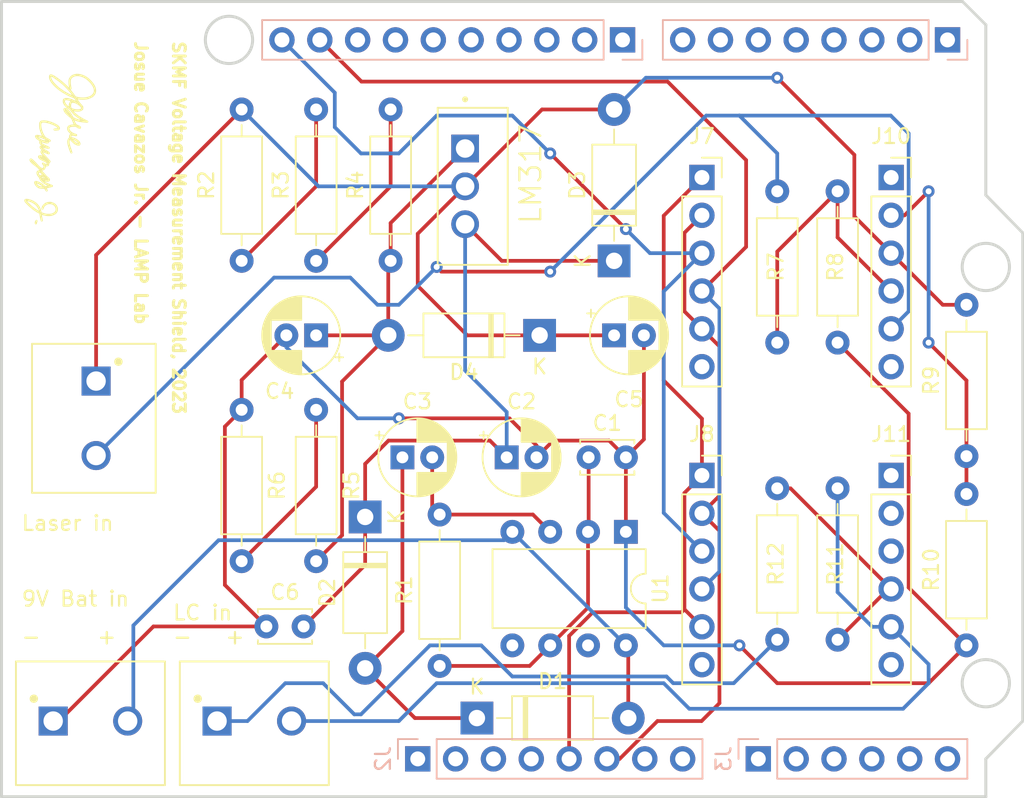
<source format=kicad_pcb>
(kicad_pcb (version 20221018) (generator pcbnew)
  (layers (0 "F.Cu" signal) (31 "B.Cu" signal) (34 "B.Paste" user) (35 "F.Paste" user) (36 "B.SilkS" user "B.Silkscreen") (37 "F.SilkS" user "F.Silkscreen") (38 "B.Mask" user) (39 "F.Mask" user) (44 "Edge.Cuts" user))
  (net 0 "")
  (net 1 "/DC DC Voltage Doubler/N1")
  (net 2 "/DC DC Voltage Doubler/GND")
  (net 3 "/DC DC Voltage Doubler/N3")
  (net 4 "Net-(D1-K)")
  (net 5 "/DC DC Voltage Doubler/N2")
  (net 6 "/DC DC Voltage Doubler/VCC")
  (net 11 "/5V")
  (net 12 "/GND")
  (net 29 "/SDA")
  (net 30 "/SCL")
  (net 39 "Net-(R2-Pad1)")
  (net 40 "Net-(R3-Pad1)")
  (net 41 "Net-(R5-Pad1)")
  (net 44 "Net-(D4-A)")
  (net 45 "/N1")
  (net 49 "/N2")
  (net 55 "/N3")
  (net 56 "Net-(J9-Pin_1)")
  (net 57 "/N5")
  (net 58 "/N4")
  (net 59 "/N6")
  (footprint "Connector_PinSocket_2.54mm:PinSocket_1x06_P2.54mm_Vertical" (layer "F.Cu") (at 172.745 107.975)
    (fp_text reference "J11" (at 0 -2.77) (layer "F.SilkS"))
    (fp_text value "Conn_01x06" hide)
    (pad "1" thru_hole rect (at 0 0) (size 1.7 1.7) (drill 1) (layers "*.Cu" "*.Mask"))
    (pad "2" thru_hole oval (at 0 2.54) (size 1.7 1.7) (drill 1) (layers "*.Cu" "*.Mask"))
    (pad "3" thru_hole oval (at 0 5.08) (size 1.7 1.7) (drill 1) (layers "*.Cu" "*.Mask"))
    (pad "4" thru_hole oval (at 0 7.62) (size 1.7 1.7) (drill 1) (layers "*.Cu" "*.Mask") (net 59 "/N6"))
    (pad "5" thru_hole oval (at 0 10.16) (size 1.7 1.7) (drill 1) (layers "*.Cu" "*.Mask") (net 57 "/N5"))
    (pad "6" thru_hole oval (at 0 12.7) (size 1.7 1.7) (drill 1) (layers "*.Cu" "*.Mask"))
  )
  (footprint "LM317THT:TO254P1054X470X1955-3" (layer "F.Cu") (at 144.15 88.57 -90)
    (fp_text reference "LM317" (at -0.835 -4.399 90) (layer "F.SilkS") (effects (font (size 1.4 1.4))))
    (fp_text value "LM317T_NOPB" hide)
    (pad "1" thru_hole rect (at -2.54 0 270) (size 1.86 1.86) (drill 1.24) (layers "*.Cu" "*.Mask") (net 44 "Net-(D4-A)"))
    (pad "2" thru_hole circle (at 0 0 270) (size 1.86 1.86) (drill 1.24) (layers "*.Cu" "*.Mask") (net 55 "/N3"))
    (pad "3" thru_hole circle (at 2.54 0 270) (size 1.86 1.86) (drill 1.24) (layers "*.Cu" "*.Mask") (net 3 "/DC DC Voltage Doubler/N3"))
  )
  (footprint "1x2 STB:PHOENIX_1935161" (layer "F.Cu") (at 119 124.46)
    (fp_text reference "J1" hide)
    (fp_text value "Screw_Terminal_01x02" hide)
    (pad "1" thru_hole rect (at -2.5 0) (size 1.95 1.95) (drill 1.3) (layers "*.Cu" "*.Mask") (net 2 "/DC DC Voltage Doubler/GND"))
    (pad "2" thru_hole circle (at 2.5 0) (size 1.95 1.95) (drill 1.3) (layers "*.Cu" "*.Mask") (net 6 "/DC DC Voltage Doubler/VCC"))
  )
  (footprint "Resistor_THT:R_Axial_DIN0207_L6.3mm_D2.5mm_P10.16mm_Horizontal" (layer "F.Cu") (at 165.1 119 90)
    (fp_text reference "R12" (at 5.08 -0.1 90) (layer "F.SilkS"))
    (fp_text value "3.3k")
    (pad "1" thru_hole circle (at 0 0 90) (size 1.6 1.6) (drill 0.8) (layers "*.Cu" "*.Mask") (net 56 "Net-(J9-Pin_1)"))
    (pad "2" thru_hole oval (at 10.16 0 90) (size 1.6 1.6) (drill 0.8) (layers "*.Cu" "*.Mask") (net 59 "/N6"))
  )
  (footprint "Resistor_THT:R_Axial_DIN0207_L6.3mm_D2.5mm_P10.16mm_Horizontal" (layer "F.Cu") (at 169.15 119 90)
    (fp_text reference "R11" (at 5.08 -0.15 90) (layer "F.SilkS"))
    (fp_text value "1k")
    (pad "1" thru_hole circle (at 0 0 90) (size 1.6 1.6) (drill 0.8) (layers "*.Cu" "*.Mask") (net 59 "/N6"))
    (pad "2" thru_hole oval (at 10.16 0 90) (size 1.6 1.6) (drill 0.8) (layers "*.Cu" "*.Mask") (net 57 "/N5"))
  )
  (footprint "Diode_THT:D_DO-41_SOD81_P10.16mm_Horizontal" (layer "F.Cu") (at 144.94 124.26)
    (fp_text reference "D1" (at 5.08 -2.47) (layer "F.SilkS"))
    (fp_text value "1N4001")
    (fp_text user "K" (at 0 -2.1) (layer "F.SilkS"))
    (pad "1" thru_hole rect (at 0 0) (size 2.2 2.2) (drill 1.1) (layers "*.Cu" "*.Mask") (net 4 "Net-(D1-K)"))
    (pad "2" thru_hole oval (at 10.16 0) (size 2.2 2.2) (drill 1.1) (layers "*.Cu" "*.Mask") (net 6 "/DC DC Voltage Doubler/VCC"))
  )
  (footprint "Resistor_THT:R_Axial_DIN0207_L6.3mm_D2.5mm_P10.16mm_Horizontal" (layer "F.Cu") (at 139.15 93.57 90)
    (fp_text reference "R4" (at 5.08 -2.37 90) (layer "F.SilkS"))
    (fp_text value "10")
    (pad "1" thru_hole circle (at 0 0 90) (size 1.6 1.6) (drill 0.8) (layers "*.Cu" "*.Mask") (net 44 "Net-(D4-A)"))
    (pad "2" thru_hole oval (at 10.16 0 90) (size 1.6 1.6) (drill 0.8) (layers "*.Cu" "*.Mask") (net 40 "Net-(R3-Pad1)"))
  )
  (footprint "Connector_PinSocket_2.54mm:PinSocket_1x06_P2.54mm_Vertical" (layer "F.Cu") (at 160.045 107.975)
    (fp_text reference "J8" (at 0 -2.77) (layer "F.SilkS"))
    (fp_text value "Conn_01x06" hide)
    (pad "1" thru_hole rect (at 0 0) (size 1.7 1.7) (drill 1) (layers "*.Cu" "*.Mask") (net 11 "/5V"))
    (pad "2" thru_hole oval (at 0 2.54) (size 1.7 1.7) (drill 1) (layers "*.Cu" "*.Mask") (net 12 "/GND"))
    (pad "3" thru_hole oval (at 0 5.08) (size 1.7 1.7) (drill 1) (layers "*.Cu" "*.Mask") (net 30 "/SCL"))
    (pad "4" thru_hole oval (at 0 7.62) (size 1.7 1.7) (drill 1) (layers "*.Cu" "*.Mask") (net 29 "/SDA"))
    (pad "5" thru_hole oval (at 0 10.16) (size 1.7 1.7) (drill 1) (layers "*.Cu" "*.Mask") (net 11 "/5V"))
    (pad "6" thru_hole oval (at 0 12.7) (size 1.7 1.7) (drill 1) (layers "*.Cu" "*.Mask"))
  )
  (footprint "Capacitor_THT:C_Disc_D3.4mm_W2.1mm_P2.50mm" (layer "F.Cu") (at 152.44 106.76)
    (fp_text reference "C1" (at 1.25 -2.3) (layer "F.SilkS"))
    (fp_text value "1nF")
    (pad "1" thru_hole circle (at 0 0) (size 1.6 1.6) (drill 0.8) (layers "*.Cu" "*.Mask") (net 1 "/DC DC Voltage Doubler/N1"))
    (pad "2" thru_hole circle (at 2.5 0) (size 1.6 1.6) (drill 0.8) (layers "*.Cu" "*.Mask") (net 2 "/DC DC Voltage Doubler/GND"))
  )
  (footprint "Package_DIP:DIP-8_W7.62mm" (layer "F.Cu") (at 154.94 111.76 -90)
    (fp_text reference "U1" (at 3.81 -2.33 90) (layer "F.SilkS"))
    (fp_text value "LM555xN")
    (pad "1" thru_hole rect (at 0 0 270) (size 1.6 1.6) (drill 0.8) (layers "*.Cu" "*.Mask") (net 2 "/DC DC Voltage Doubler/GND"))
    (pad "2" thru_hole oval (at 0 2.54 270) (size 1.6 1.6) (drill 0.8) (layers "*.Cu" "*.Mask") (net 1 "/DC DC Voltage Doubler/N1"))
    (pad "3" thru_hole oval (at 0 5.08 270) (size 1.6 1.6) (drill 0.8) (layers "*.Cu" "*.Mask") (net 5 "/DC DC Voltage Doubler/N2"))
    (pad "4" thru_hole oval (at 0 7.62 270) (size 1.6 1.6) (drill 0.8) (layers "*.Cu" "*.Mask") (net 6 "/DC DC Voltage Doubler/VCC"))
    (pad "5" thru_hole oval (at 7.62 7.62 270) (size 1.6 1.6) (drill 0.8) (layers "*.Cu" "*.Mask"))
    (pad "6" thru_hole oval (at 7.62 5.08 270) (size 1.6 1.6) (drill 0.8) (layers "*.Cu" "*.Mask") (net 1 "/DC DC Voltage Doubler/N1"))
    (pad "7" thru_hole oval (at 7.62 2.54 270) (size 1.6 1.6) (drill 0.8) (layers "*.Cu" "*.Mask"))
    (pad "8" thru_hole oval (at 7.62 0 270) (size 1.6 1.6) (drill 0.8) (layers "*.Cu" "*.Mask") (net 6 "/DC DC Voltage Doubler/VCC"))
  )
  (footprint "Resistor_THT:R_Axial_DIN0207_L6.3mm_D2.5mm_P10.16mm_Horizontal" (layer "F.Cu") (at 134.15 103.57 -90)
    (fp_text reference "R5" (at 5.08 -2.37 90) (layer "F.SilkS"))
    (fp_text value "2.2k")
    (pad "1" thru_hole circle (at 0 0 270) (size 1.6 1.6) (drill 0.8) (layers "*.Cu" "*.Mask") (net 41 "Net-(R5-Pad1)"))
    (pad "2" thru_hole oval (at 10.16 0 270) (size 1.6 1.6) (drill 0.8) (layers "*.Cu" "*.Mask") (net 44 "Net-(D4-A)"))
  )
  (footprint "Diode_THT:D_DO-41_SOD81_P10.16mm_Horizontal" (layer "F.Cu") (at 154.15 93.57 90)
    (fp_text reference "D3" (at 5.08 -2.47 90) (layer "F.SilkS"))
    (fp_text value "1N4001")
    (fp_text user "K" (at 0 -2.1 90) (layer "F.SilkS"))
    (pad "1" thru_hole rect (at 0 0 90) (size 2.2 2.2) (drill 1.1) (layers "*.Cu" "*.Mask") (net 3 "/DC DC Voltage Doubler/N3"))
    (pad "2" thru_hole oval (at 10.16 0 90) (size 2.2 2.2) (drill 1.1) (layers "*.Cu" "*.Mask") (net 55 "/N3"))
  )
  (footprint "1x2 STB:PHOENIX_1935161" (layer "F.Cu") (at 119.38 104.14 -90)
    (fp_text reference "J6" hide)
    (fp_text value "Screw_Terminal_01x02" hide)
    (pad "1" thru_hole rect (at -2.5 0 270) (size 1.95 1.95) (drill 1.3) (layers "*.Cu" "*.Mask") (net 55 "/N3"))
    (pad "2" thru_hole circle (at 2.5 0 270) (size 1.95 1.95) (drill 1.3) (layers "*.Cu" "*.Mask") (net 45 "/N1"))
  )
  (footprint "Resistor_THT:R_Axial_DIN0207_L6.3mm_D2.5mm_P10.16mm_Horizontal" (layer "F.Cu") (at 129.15 103.57 -90)
    (fp_text reference "R6" (at 5.08 -2.37 90) (layer "F.SilkS"))
    (fp_text value "56")
    (pad "1" thru_hole circle (at 0 0 270) (size 1.6 1.6) (drill 0.8) (layers "*.Cu" "*.Mask") (net 2 "/DC DC Voltage Doubler/GND"))
    (pad "2" thru_hole oval (at 10.16 0 270) (size 1.6 1.6) (drill 0.8) (layers "*.Cu" "*.Mask") (net 41 "Net-(R5-Pad1)"))
  )
  (footprint "Resistor_THT:R_Axial_DIN0207_L6.3mm_D2.5mm_P10.16mm_Horizontal" (layer "F.Cu") (at 142.44 120.76 90)
    (fp_text reference "R1" (at 5.08 -2.37 90) (layer "F.SilkS"))
    (fp_text value "33k")
    (pad "1" thru_hole circle (at 0 0 90) (size 1.6 1.6) (drill 0.8) (layers "*.Cu" "*.Mask") (net 1 "/DC DC Voltage Doubler/N1"))
    (pad "2" thru_hole oval (at 10.16 0 90) (size 1.6 1.6) (drill 0.8) (layers "*.Cu" "*.Mask") (net 5 "/DC DC Voltage Doubler/N2"))
  )
  (footprint "Capacitor_THT:CP_Radial_D5.0mm_P2.00mm" (layer "F.Cu") (at 139.94 106.76)
    (fp_text reference "C3" (at 1 -3.75) (layer "F.SilkS"))
    (fp_text value "22uF")
    (pad "1" thru_hole rect (at 0 0) (size 1.6 1.6) (drill 0.8) (layers "*.Cu" "*.Mask") (net 4 "Net-(D1-K)"))
    (pad "2" thru_hole circle (at 2 0) (size 1.6 1.6) (drill 0.8) (layers "*.Cu" "*.Mask") (net 5 "/DC DC Voltage Doubler/N2"))
  )
  (footprint "LOGO" (layer "F.Cu") (at 116.84 86.36 -90)
    (fp_text reference "G***" hide)
    (fp_text value "LOGO" hide)
  )
  (footprint "Diode_THT:D_DO-41_SOD81_P10.16mm_Horizontal" (layer "F.Cu") (at 149.15 98.57 180)
    (fp_text reference "D4" (at 5.08 -2.47) (layer "F.SilkS"))
    (fp_text value "1N4001")
    (fp_text user "K" (at 0 -2.1) (layer "F.SilkS"))
    (pad "1" thru_hole rect (at 0 0 180) (size 2.2 2.2) (drill 1.1) (layers "*.Cu" "*.Mask") (net 55 "/N3"))
    (pad "2" thru_hole oval (at 10.16 0 180) (size 2.2 2.2) (drill 1.1) (layers "*.Cu" "*.Mask") (net 44 "Net-(D4-A)"))
  )
  (footprint "Resistor_THT:R_Axial_DIN0207_L6.3mm_D2.5mm_P10.16mm_Horizontal" (layer "F.Cu") (at 134.15 93.57 90)
    (fp_text reference "R3" (at 5.08 -2.37 90) (layer "F.SilkS"))
    (fp_text value "10")
    (pad "1" thru_hole circle (at 0 0 90) (size 1.6 1.6) (drill 0.8) (layers "*.Cu" "*.Mask") (net 40 "Net-(R3-Pad1)"))
    (pad "2" thru_hole oval (at 10.16 0 90) (size 1.6 1.6) (drill 0.8) (layers "*.Cu" "*.Mask") (net 39 "Net-(R2-Pad1)"))
  )
  (footprint "Capacitor_THT:CP_Radial_D5.0mm_P2.00mm" (layer "F.Cu") (at 154.15 98.57)
    (fp_text reference "C5" (at 1 4.3) (layer "F.SilkS"))
    (fp_text value "1uF")
    (pad "1" thru_hole rect (at 0 0) (size 1.6 1.6) (drill 0.8) (layers "*.Cu" "*.Mask") (net 55 "/N3"))
    (pad "2" thru_hole circle (at 2 0) (size 1.6 1.6) (drill 0.8) (layers "*.Cu" "*.Mask") (net 2 "/DC DC Voltage Doubler/GND"))
  )
  (footprint "Capacitor_THT:CP_Radial_D5.0mm_P2.00mm" (layer "F.Cu") (at 134.15 98.57 180)
    (fp_text reference "C4" (at 2.45 -3.75) (layer "F.SilkS"))
    (fp_text value "10uF")
    (pad "1" thru_hole rect (at 0 0 180) (size 1.6 1.6) (drill 0.8) (layers "*.Cu" "*.Mask") (net 44 "Net-(D4-A)"))
    (pad "2" thru_hole circle (at 2 0 180) (size 1.6 1.6) (drill 0.8) (layers "*.Cu" "*.Mask") (net 2 "/DC DC Voltage Doubler/GND"))
  )
  (footprint "Resistor_THT:R_Axial_DIN0207_L6.3mm_D2.5mm_P10.16mm_Horizontal" (layer "F.Cu") (at 169.15 99.06 90)
    (fp_text reference "R8" (at 5.08 -0.15 90) (layer "F.SilkS"))
    (fp_text value "5.1k")
    (pad "1" thru_hole circle (at 0 0 90) (size 1.6 1.6) (drill 0.8) (layers "*.Cu" "*.Mask") (net 2 "/DC DC Voltage Doubler/GND"))
    (pad "2" thru_hole oval (at 10.16 0 90) (size 1.6 1.6) (drill 0.8) (layers "*.Cu" "*.Mask") (net 49 "/N2"))
  )
  (footprint "Resistor_THT:R_Axial_DIN0207_L6.3mm_D2.5mm_P10.16mm_Horizontal" (layer "F.Cu") (at 177.8 106.68 90)
    (fp_text reference "R9" (at 5.08 -2.37 90) (layer "F.SilkS"))
    (fp_text value "1k")
    (pad "1" thru_hole circle (at 0 0 90) (size 1.6 1.6) (drill 0.8) (layers "*.Cu" "*.Mask") (net 58 "/N4"))
    (pad "2" thru_hole oval (at 10.16 0 90) (size 1.6 1.6) (drill 0.8) (layers "*.Cu" "*.Mask") (net 55 "/N3"))
  )
  (footprint "Resistor_THT:R_Axial_DIN0207_L6.3mm_D2.5mm_P10.16mm_Horizontal" (layer "F.Cu") (at 165.1 99.06 90)
    (fp_text reference "R7" (at 5.08 -0.1 90) (layer "F.SilkS"))
    (fp_text value "1k")
    (pad "1" thru_hole circle (at 0 0 90) (size 1.6 1.6) (drill 0.8) (layers "*.Cu" "*.Mask") (net 49 "/N2"))
    (pad "2" thru_hole oval (at 10.16 0 90) (size 1.6 1.6) (drill 0.8) (layers "*.Cu" "*.Mask") (net 45 "/N1"))
  )
  (footprint "Capacitor_THT:C_Disc_D3.4mm_W2.1mm_P2.50mm" (layer "F.Cu") (at 130.81 118.11)
    (fp_text reference "C6" (at 1.25 -2.3) (layer "F.SilkS"))
    (fp_text value "0.1uF")
    (pad "1" thru_hole circle (at 0 0) (size 1.6 1.6) (drill 0.8) (layers "*.Cu" "*.Mask") (net 2 "/DC DC Voltage Doubler/GND"))
    (pad "2" thru_hole circle (at 2.5 0) (size 1.6 1.6) (drill 0.8) (layers "*.Cu" "*.Mask") (net 3 "/DC DC Voltage Doubler/N3"))
  )
  (footprint "Diode_THT:D_DO-41_SOD81_P10.16mm_Horizontal" (layer "F.Cu") (at 137.44 110.76 -90)
    (fp_text reference "D2" (at 5.08 2.54 90) (layer "F.SilkS"))
    (fp_text value "1N4001")
    (fp_text user "K" (at 0 -2.1 90) (layer "F.SilkS"))
    (pad "1" thru_hole rect (at 0 0 270) (size 2.2 2.2) (drill 1.1) (layers "*.Cu" "*.Mask") (net 3 "/DC DC Voltage Doubler/N3"))
    (pad "2" thru_hole oval (at 10.16 0 270) (size 2.2 2.2) (drill 1.1) (layers "*.Cu" "*.Mask") (net 4 "Net-(D1-K)"))
  )
  (footprint "Connector_PinSocket_2.54mm:PinSocket_1x06_P2.54mm_Vertical" (layer "F.Cu") (at 172.745 87.975)
    (fp_text reference "J10" (at 0 -2.77) (layer "F.SilkS"))
    (fp_text value "Conn_01x06" hide)
    (pad "1" thru_hole rect (at 0 0) (size 1.7 1.7) (drill 1) (layers "*.Cu" "*.Mask"))
    (pad "2" thru_hole oval (at 0 2.54) (size 1.7 1.7) (drill 1) (layers "*.Cu" "*.Mask") (net 58 "/N4"))
    (pad "3" thru_hole oval (at 0 5.08) (size 1.7 1.7) (drill 1) (layers "*.Cu" "*.Mask") (net 55 "/N3"))
    (pad "4" thru_hole oval (at 0 7.62) (size 1.7 1.7) (drill 1) (layers "*.Cu" "*.Mask") (net 49 "/N2"))
    (pad "5" thru_hole oval (at 0 10.16) (size 1.7 1.7) (drill 1) (layers "*.Cu" "*.Mask") (net 45 "/N1"))
    (pad "6" thru_hole oval (at 0 12.7) (size 1.7 1.7) (drill 1) (layers "*.Cu" "*.Mask"))
  )
  (footprint "Capacitor_THT:CP_Radial_D5.0mm_P2.00mm" (layer "F.Cu") (at 146.94 106.76)
    (fp_text reference "C2" (at 1 -3.75) (layer "F.SilkS"))
    (fp_text value "22uF")
    (pad "1" thru_hole rect (at 0 0) (size 1.6 1.6) (drill 0.8) (layers "*.Cu" "*.Mask") (net 3 "/DC DC Voltage Doubler/N3"))
    (pad "2" thru_hole circle (at 2 0) (size 1.6 1.6) (drill 0.8) (layers "*.Cu" "*.Mask") (net 2 "/DC DC Voltage Doubler/GND"))
  )
  (footprint "Resistor_THT:R_Axial_DIN0207_L6.3mm_D2.5mm_P10.16mm_Horizontal" (layer "F.Cu") (at 129.15 93.57 90)
    (fp_text reference "R2" (at 5.08 -2.37 90) (layer "F.SilkS"))
    (fp_text value "220")
    (pad "1" thru_hole circle (at 0 0 90) (size 1.6 1.6) (drill 0.8) (layers "*.Cu" "*.Mask") (net 39 "Net-(R2-Pad1)"))
    (pad "2" thru_hole oval (at 10.16 0 90) (size 1.6 1.6) (drill 0.8) (layers "*.Cu" "*.Mask") (net 55 "/N3"))
  )
  (footprint "1x2 STB:PHOENIX_1935161" (layer "F.Cu") (at 130 124.46)
    (fp_text reference "J9" hide)
    (fp_text value "Screw_Terminal_01x02" hide)
    (pad "1" thru_hole rect (at -2.5 0) (size 1.95 1.95) (drill 1.3) (layers "*.Cu" "*.Mask") (net 56 "Net-(J9-Pin_1)"))
    (pad "2" thru_hole circle (at 2.5 0) (size 1.95 1.95) (drill 1.3) (layers "*.Cu" "*.Mask") (net 57 "/N5"))
  )
  (footprint "Connector_PinSocket_2.54mm:PinSocket_1x06_P2.54mm_Vertical" (layer "F.Cu") (at 160.045 87.975)
    (fp_text reference "J7" (at 0 -2.77) (layer "F.SilkS"))
    (fp_text value "Conn_01x06" hide)
    (pad "1" thru_hole rect (at 0 0) (size 1.7 1.7) (drill 1) (layers "*.Cu" "*.Mask") (net 11 "/5V"))
    (pad "2" thru_hole oval (at 0 2.54) (size 1.7 1.7) (drill 1) (layers "*.Cu" "*.Mask") (net 12 "/GND"))
    (pad "3" thru_hole oval (at 0 5.08) (size 1.7 1.7) (drill 1) (layers "*.Cu" "*.Mask") (net 30 "/SCL"))
    (pad "4" thru_hole oval (at 0 7.62) (size 1.7 1.7) (drill 1) (layers "*.Cu" "*.Mask") (net 29 "/SDA"))
    (pad "5" thru_hole oval (at 0 10.16) (size 1.7 1.7) (drill 1) (layers "*.Cu" "*.Mask") (net 12 "/GND"))
    (pad "6" thru_hole oval (at 0 12.7) (size 1.7 1.7) (drill 1) (layers "*.Cu" "*.Mask"))
  )
  (footprint "Resistor_THT:R_Axial_DIN0207_L6.3mm_D2.5mm_P10.16mm_Horizontal" (layer "F.Cu") (at 177.8 119.38 90)
    (fp_text reference "R10" (at 5.08 -2.37 90) (layer "F.SilkS"))
    (fp_text value "4.7k")
    (pad "1" thru_hole circle (at 0 0 90) (size 1.6 1.6) (drill 0.8) (layers "*.Cu" "*.Mask") (net 2 "/DC DC Voltage Doubler/GND"))
    (pad "2" thru_hole oval (at 10.16 0 90) (size 1.6 1.6) (drill 0.8) (layers "*.Cu" "*.Mask") (net 58 "/N4"))
  )
  (footprint "Connector_PinHeader_2.54mm:PinHeader_1x08_P2.54mm_Vertical" (layer "B.Cu") (at 176.53 78.74 90)
    (fp_text reference "J5" hide)
    (fp_text value "Conn_01x08" hide)
    (pad "1" thru_hole rect (at 0 0 90) (size 1.7 1.7) (drill 1) (layers "*.Cu" "*.Mask"))
    (pad "2" thru_hole oval (at 0 -2.54 90) (size 1.7 1.7) (drill 1) (layers "*.Cu" "*.Mask"))
    (pad "3" thru_hole oval (at 0 -5.08 90) (size 1.7 1.7) (drill 1) (layers "*.Cu" "*.Mask"))
    (pad "4" thru_hole oval (at 0 -7.62 90) (size 1.7 1.7) (drill 1) (layers "*.Cu" "*.Mask"))
    (pad "5" thru_hole oval (at 0 -10.16 90) (size 1.7 1.7) (drill 1) (layers "*.Cu" "*.Mask"))
    (pad "6" thru_hole oval (at 0 -12.7 90) (size 1.7 1.7) (drill 1) (layers "*.Cu" "*.Mask"))
    (pad "7" thru_hole oval (at 0 -15.24 90) (size 1.7 1.7) (drill 1) (layers "*.Cu" "*.Mask"))
    (pad "8" thru_hole oval (at 0 -17.78 90) (size 1.7 1.7) (drill 1) (layers "*.Cu" "*.Mask"))
  )
  (footprint "Connector_PinHeader_2.54mm:PinHeader_1x10_P2.54mm_Vertical" (layer "B.Cu") (at 154.716 78.74 90)
    (fp_text reference "J4" hide)
    (fp_text value "Conn_01x10" hide)
    (pad "1" thru_hole rect (at 0 0 90) (size 1.7 1.7) (drill 1) (layers "*.Cu" "*.Mask"))
    (pad "2" thru_hole oval (at 0 -2.54 90) (size 1.7 1.7) (drill 1) (layers "*.Cu" "*.Mask"))
    (pad "3" thru_hole oval (at 0 -5.08 90) (size 1.7 1.7) (drill 1) (layers "*.Cu" "*.Mask"))
    (pad "4" thru_hole oval (at 0 -7.62 90) (size 1.7 1.7) (drill 1) (layers "*.Cu" "*.Mask"))
    (pad "5" thru_hole oval (at 0 -10.16 90) (size 1.7 1.7) (drill 1) (layers "*.Cu" "*.Mask"))
    (pad "6" thru_hole oval (at 0 -12.7 90) (size 1.7 1.7) (drill 1) (layers "*.Cu" "*.Mask"))
    (pad "7" thru_hole oval (at 0 -15.24 90) (size 1.7 1.7) (drill 1) (layers "*.Cu" "*.Mask"))
    (pad "8" thru_hole oval (at 0 -17.78 90) (size 1.7 1.7) (drill 1) (layers "*.Cu" "*.Mask"))
    (pad "9" thru_hole oval (at 0 -20.32 90) (size 1.7 1.7) (drill 1) (layers "*.Cu" "*.Mask") (net 29 "/SDA"))
    (pad "10" thru_hole oval (at 0 -22.86 90) (size 1.7 1.7) (drill 1) (layers "*.Cu" "*.Mask") (net 30 "/SCL"))
  )
  (footprint "Connector_PinHeader_2.54mm:PinHeader_1x08_P2.54mm_Vertical" (layer "B.Cu") (at 140.97 127 -90)
    (fp_text reference "J2" (at 0 2.33 90) (layer "B.SilkS") (effects (justify mirror)))
    (fp_text value "Conn_01x08" hide)
    (pad "1" thru_hole rect (at 0 0 270) (size 1.7 1.7) (drill 1) (layers "*.Cu" "*.Mask"))
    (pad "2" thru_hole oval (at 0 -2.54 270) (size 1.7 1.7) (drill 1) (layers "*.Cu" "*.Mask"))
    (pad "3" thru_hole oval (at 0 -5.08 270) (size 1.7 1.7) (drill 1) (layers "*.Cu" "*.Mask"))
    (pad "4" thru_hole oval (at 0 -7.62 270) (size 1.7 1.7) (drill 1) (layers "*.Cu" "*.Mask"))
    (pad "5" thru_hole oval (at 0 -10.16 270) (size 1.7 1.7) (drill 1) (layers "*.Cu" "*.Mask") (net 11 "/5V"))
    (pad "6" thru_hole oval (at 0 -12.7 270) (size 1.7 1.7) (drill 1) (layers "*.Cu" "*.Mask") (net 12 "/GND"))
    (pad "7" thru_hole oval (at 0 -15.24 270) (size 1.7 1.7) (drill 1) (layers "*.Cu" "*.Mask"))
    (pad "8" thru_hole oval (at 0 -17.78 270) (size 1.7 1.7) (drill 1) (layers "*.Cu" "*.Mask"))
  )
  (footprint "Connector_PinHeader_2.54mm:PinHeader_1x06_P2.54mm_Vertical" (layer "B.Cu") (at 163.83 127 -90)
    (fp_text reference "J3" (at 0 2.33 90) (layer "B.SilkS") (effects (justify mirror)))
    (fp_text value "Conn_01x06" hide)
    (pad "1" thru_hole rect (at 0 0 270) (size 1.7 1.7) (drill 1) (layers "*.Cu" "*.Mask"))
    (pad "2" thru_hole oval (at 0 -2.54 270) (size 1.7 1.7) (drill 1) (layers "*.Cu" "*.Mask"))
    (pad "3" thru_hole oval (at 0 -5.08 270) (size 1.7 1.7) (drill 1) (layers "*.Cu" "*.Mask"))
    (pad "4" thru_hole oval (at 0 -7.62 270) (size 1.7 1.7) (drill 1) (layers "*.Cu" "*.Mask"))
    (pad "5" thru_hole oval (at 0 -10.16 270) (size 1.7 1.7) (drill 1) (layers "*.Cu" "*.Mask"))
    (pad "6" thru_hole oval (at 0 -12.7 270) (size 1.7 1.7) (drill 1) (layers "*.Cu" "*.Mask"))
  )
  (gr_line (start 113.03 76.162) (end 177.535 76.162) (stroke (width 0.2)) (layer "Edge.Cuts"))
  (gr_line (start 179.1 89.155) (end 181.58 91.695) (stroke (width 0.2)) (layer "Edge.Cuts"))
  (gr_line (start 113.03 129.54) (end 179.1 129.54) (stroke (width 0.2)) (layer "Edge.Cuts"))
  (gr_line (start 113.03 76.162) (end 113.03 129.54) (stroke (width 0.2)) (layer "Edge.Cuts"))
  (gr_circle (center 128.3 78.74) (end 129.8875 78.74) (stroke (width 0.2)) (fill none) (layer "Edge.Cuts"))
  (gr_line (start 181.58 91.695) (end 181.58 124.46) (stroke (width 0.2)) (layer "Edge.Cuts"))
  (gr_circle (center 179.1 121.921) (end 180.6875 121.921) (stroke (width 0.2)) (fill none) (layer "Edge.Cuts"))
  (gr_line (start 177.535 76.162) (end 179.1 77.727) (stroke (width 0.2)) (layer "Edge.Cuts"))
  (gr_line (start 179.1 77.727) (end 179.1 89.155) (stroke (width 0.2)) (layer "Edge.Cuts"))
  (gr_circle (center 179.1 93.981) (end 180.6875 93.981) (stroke (width 0.2)) (fill none) (layer "Edge.Cuts"))
  (gr_line (start 179.1 127) (end 181.58 124.46) (stroke (width 0.2)) (layer "Edge.Cuts"))
  (gr_line (start 179.1 127) (end 179.1 129.54) (stroke (width 0.2)) (layer "Edge.Cuts"))
  (gr_text "+" (at 119.38 119.38) (layer "F.SilkS") (effects (font (size 1 1)) (justify left bottom)))
  (gr_text "9V Bat in" (at 114.3 116.84) (layer "F.SilkS") (effects (font (size 1 1)) (justify left bottom)))
  (gr_text "-" (at 114.3 119.38) (layer "F.SilkS") (effects (font (size 1 1)) (justify left bottom)))
  (gr_text "Josue Cavazos Jr. - LAMP Lab" (at 121.92 78.74 270) (layer "F.SilkS") (effects (font (size 0.8 0.8) (thickness 0.2) bold) (justify left bottom)))
  (gr_text "Laser in" (at 114.3 111.76) (layer "F.SilkS") (effects (font (size 1 1)) (justify left bottom)))
  (gr_text "LC in\n-   +" (at 124.46 119.38) (layer "F.SilkS") (effects (font (size 1 1)) (justify left bottom)))
  (gr_text "SKMF Voltage Measurement Shield, 2023" (at 124.46 78.74 270) (layer "F.SilkS") (effects (font (size 0.8 0.8) (thickness 0.2) bold) (justify left bottom)))
  (segment (start 148.48 120.76) (end 149.86 119.38) (width 0.25) (layer "F.Cu") (net 1))
  (segment (start 152.44 111.72) (end 152.4 111.76) (width 0.25) (layer "F.Cu") (net 1))
  (segment (start 142.44 120.76) (end 148.48 120.76) (width 0.25) (layer "F.Cu") (net 1))
  (segment (start 152.4 111.76) (end 152.4 116.84) (width 0.25) (layer "F.Cu") (net 1))
  (segment (start 152.4 116.84) (end 149.86 119.38) (width 0.25) (layer "F.Cu") (net 1))
  (segment (start 152.44 106.76) (end 152.44 111.72) (width 0.25) (layer "F.Cu") (net 1))
  (segment (start 129.15 103.57) (end 129.15 101.57) (width 0.25) (layer "F.Cu") (net 2))
  (segment (start 128.025 115.325) (end 128.025 104.695) (width 0.25) (layer "F.Cu") (net 2))
  (segment (start 154.94 106.76) (end 153.815 105.635) (width 0.25) (layer "F.Cu") (net 2))
  (segment (start 154.94 106.76) (end 156.15 105.55) (width 0.25) (layer "F.Cu") (net 2))
  (segment (start 148.94 106.76) (end 148.94 105.96) (width 0.25) (layer "F.Cu") (net 2))
  (segment (start 153.815 105.635) (end 150.065 105.635) (width 0.25) (layer "F.Cu") (net 2))
  (segment (start 123.23 118.11) (end 130.81 118.11) (width 0.25) (layer "F.Cu") (net 2))
  (segment (start 129.15 101.57) (end 132.15 98.57) (width 0.25) (layer "F.Cu") (net 2))
  (segment (start 177.8 119.38) (end 173.92 115.5) (width 0.25) (layer "F.Cu") (net 2))
  (segment (start 116.88 124.46) (end 123.23 118.11) (width 0.25) (layer "F.Cu") (net 2))
  (segment (start 130.81 118.11) (end 128.025 115.325) (width 0.25) (layer "F.Cu") (net 2))
  (segment (start 162.56 119.38) (end 165.1 121.92) (width 0.25) (layer "F.Cu") (net 2))
  (segment (start 165.1 121.92) (end 175.26 121.92) (width 0.25) (layer "F.Cu") (net 2))
  (segment (start 148.94 105.96) (end 147.12 104.14) (width 0.25) (layer "F.Cu") (net 2))
  (segment (start 147.12 104.14) (end 139.7 104.14) (width 0.25) (layer "F.Cu") (net 2))
  (segment (start 154.94 106.76) (end 154.94 111.76) (width 0.25) (layer "F.Cu") (net 2))
  (segment (start 128.025 104.695) (end 129.15 103.57) (width 0.25) (layer "F.Cu") (net 2))
  (segment (start 156.15 105.55) (end 156.15 98.57) (width 0.25) (layer "F.Cu") (net 2))
  (segment (start 175.26 121.92) (end 177.8 119.38) (width 0.25) (layer "F.Cu") (net 2))
  (segment (start 150.065 105.635) (end 148.94 106.76) (width 0.25) (layer "F.Cu") (net 2))
  (segment (start 173.92 103.83) (end 169.15 99.06) (width 0.25) (layer "F.Cu") (net 2))
  (segment (start 173.92 115.5) (end 173.92 103.83) (width 0.25) (layer "F.Cu") (net 2))
  (via (at 162.56 119.38) (size 0.8) (drill 0.4) (layers "F.Cu" "B.Cu") (net 2))
  (via (at 139.7 104.14) (size 0.8) (drill 0.4) (layers "F.Cu" "B.Cu") (net 2))
  (segment (start 139.7 104.14) (end 136.92 104.14) (width 0.25) (layer "B.Cu") (net 2))
  (segment (start 154.94 116.84) (end 157.48 119.38) (width 0.25) (layer "B.Cu") (net 2))
  (segment (start 154.94 111.76) (end 154.94 116.84) (width 0.25) (layer "B.Cu") (net 2))
  (segment (start 157.48 119.38) (end 162.56 119.38) (width 0.25) (layer "B.Cu") (net 2))
  (segment (start 132.15 99.37) (end 132.15 98.57) (width 0.25) (layer "B.Cu") (net 2))
  (segment (start 136.92 104.14) (end 132.15 99.37) (width 0.25) (layer "B.Cu") (net 2))
  (segment (start 146.94 106.76) (end 145.815 105.635) (width 0.25) (layer "F.Cu") (net 3))
  (segment (start 137.44 107.20038) (end 137.44 110.76) (width 0.25) (layer "F.Cu") (net 3))
  (segment (start 154.15 93.57) (end 146.61 93.57) (width 0.25) (layer "F.Cu") (net 3))
  (segment (start 137.44 113.98) (end 137.44 110.76) (width 0.25) (layer "F.Cu") (net 3))
  (segment (start 145.815 105.635) (end 139.00538 105.635) (width 0.25) (layer "F.Cu") (net 3))
  (segment (start 139.00538 105.635) (end 137.44 107.20038) (width 0.25) (layer "F.Cu") (net 3))
  (segment (start 146.61 93.57) (end 144.15 91.11) (width 0.25) (layer "F.Cu") (net 3))
  (segment (start 133.31 118.11) (end 137.44 113.98) (width 0.25) (layer "F.Cu") (net 3))
  (segment (start 144.15 100.93038) (end 144.15 91.11) (width 0.25) (layer "B.Cu") (net 3))
  (segment (start 146.94 106.76) (end 146.94 103.72038) (width 0.25) (layer "B.Cu") (net 3))
  (segment (start 146.94 103.72038) (end 144.15 100.93038) (width 0.25) (layer "B.Cu") (net 3))
  (segment (start 137.44 120.92) (end 140.78 124.26) (width 0.25) (layer "F.Cu") (net 4))
  (segment (start 140.78 124.26) (end 144.94 124.26) (width 0.25) (layer "F.Cu") (net 4))
  (segment (start 139.94 106.76) (end 139.94 118.42) (width 0.25) (layer "F.Cu") (net 4))
  (segment (start 139.94 118.42) (end 137.44 120.92) (width 0.25) (layer "F.Cu") (net 4))
  (segment (start 141.94 106.76) (end 141.94 110.1) (width 0.25) (layer "F.Cu") (net 5))
  (segment (start 142.44 110.6) (end 148.7 110.6) (width 0.25) (layer "F.Cu") (net 5))
  (segment (start 141.94 110.1) (end 142.44 110.6) (width 0.25) (layer "F.Cu") (net 5))
  (segment (start 148.7 110.6) (end 149.86 111.76) (width 0.25) (layer "F.Cu") (net 5))
  (segment (start 155.1 119.54) (end 154.94 119.38) (width 0.25) (layer "F.Cu") (net 6))
  (segment (start 155.1 124.26) (end 155.1 119.54) (width 0.25) (layer "F.Cu") (net 6))
  (segment (start 127.602129 112.322129) (end 146.757871 112.322129) (width 0.25) (layer "B.Cu") (net 6))
  (segment (start 121.88 124.46) (end 121.88 118.044258) (width 0.25) (layer "B.Cu") (net 6))
  (segment (start 147.32 111.76) (end 154.94 119.38) (width 0.25) (layer "B.Cu") (net 6))
  (segment (start 146.757871 112.322129) (end 147.32 111.76) (width 0.25) (layer "B.Cu") (net 6))
  (segment (start 121.88 118.044258) (end 127.602129 112.322129) (width 0.25) (layer "B.Cu") (net 6))
  (segment (start 160.045 118.135) (end 158.87 116.96) (width 0.25) (layer "F.Cu") (net 11))
  (segment (start 152.718198 117.158198) (end 158.671802 117.158198) (width 0.25) (layer "F.Cu") (net 11))
  (segment (start 160.045 104.165) (end 157.48 101.6) (width 0.25) (layer "F.Cu") (net 11))
  (segment (start 158.87 116.96) (end 158.87 109.15) (width 0.25) (layer "F.Cu") (net 11))
  (segment (start 151.13 127) (end 151.13 118.746396) (width 0.25) (layer "F.Cu") (net 11))
  (segment (start 157.48 101.6) (end 157.48 90.54) (width 0.25) (layer "F.Cu") (net 11))
  (segment (start 160.045 107.975) (end 160.045 104.165) (width 0.25) (layer "F.Cu") (net 11))
  (segment (start 158.87 109.15) (end 160.045 107.975) (width 0.25) (layer "F.Cu") (net 11))
  (segment (start 157.48 90.54) (end 160.045 87.975) (width 0.25) (layer "F.Cu") (net 11))
  (segment (start 151.13 118.746396) (end 152.718198 117.158198) (width 0.25) (layer "F.Cu") (net 11))
  (segment (start 158.671802 117.158198) (end 158.87 116.96) (width 0.25) (layer "F.Cu") (net 11))
  (segment (start 160.045 98.135) (end 158.87 96.96) (width 0.25) (layer "F.Cu") (net 12))
  (segment (start 160.02 124.46) (end 161.22 123.26) (width 0.25) (layer "F.Cu") (net 12))
  (segment (start 157.06 124.46) (end 160.02 124.46) (width 0.25) (layer "F.Cu") (net 12))
  (segment (start 158.87 91.69) (end 160.045 90.515) (width 0.25) (layer "F.Cu") (net 12))
  (segment (start 153.67 127) (end 154.52 127) (width 0.25) (layer "F.Cu") (net 12))
  (segment (start 154.52 127) (end 157.06 124.46) (width 0.25) (layer "F.Cu") (net 12))
  (segment (start 161.22 123.26) (end 161.22 111.69) (width 0.25) (layer "F.Cu") (net 12))
  (segment (start 161.22 111.69) (end 160.045 110.515) (width 0.25) (layer "F.Cu") (net 12))
  (segment (start 161.22 99.31) (end 160.045 98.135) (width 0.25) (layer "F.Cu") (net 12))
  (segment (start 160.045 110.515) (end 161.22 109.34) (width 0.25) (layer "F.Cu") (net 12))
  (segment (start 161.22 109.34) (end 161.22 99.31) (width 0.25) (layer "F.Cu") (net 12))
  (segment (start 158.87 96.96) (end 158.87 91.69) (width 0.25) (layer "F.Cu") (net 12))
  (segment (start 157.739692 81.539692) (end 163.01 86.81) (width 0.25) (layer "F.Cu") (net 29))
  (segment (start 137.195692 81.539692) (end 157.739692 81.539692) (width 0.25) (layer "F.Cu") (net 29))
  (segment (start 163.01 86.81) (end 163.01 92.63) (width 0.25) (layer "F.Cu") (net 29))
  (segment (start 134.396 78.74) (end 137.195692 81.539692) (width 0.25) (layer "F.Cu") (net 29))
  (segment (start 163.01 92.63) (end 160.045 95.595) (width 0.25) (layer "F.Cu") (net 29))
  (segment (start 161.22 114.42) (end 160.045 115.595) (width 0.25) (layer "B.Cu") (net 29))
  (segment (start 160.045 95.595) (end 161.22 96.77) (width 0.25) (layer "B.Cu") (net 29))
  (segment (start 161.22 96.77) (end 161.22 114.42) (width 0.25) (layer "B.Cu") (net 29))
  (segment (start 149.86 86.36) (end 154.94 91.44) (width 0.25) (layer "F.Cu") (net 30))
  (via (at 154.94 91.44) (size 0.8) (drill 0.4) (layers "F.Cu" "B.Cu") (net 30))
  (via (at 149.86 86.36) (size 0.8) (drill 0.4) (layers "F.Cu" "B.Cu") (net 30))
  (segment (start 154.94 91.44) (end 156.555 93.055) (width 0.25) (layer "B.Cu") (net 30))
  (segment (start 147.32 83.82) (end 149.86 86.36) (width 0.25) (layer "B.Cu") (net 30))
  (segment (start 137.16 86.36) (end 139.7 86.36) (width 0.25) (layer "B.Cu") (net 30))
  (segment (start 135.401 82.285) (end 135.401 84.601) (width 0.25) (layer "B.Cu") (net 30))
  (segment (start 139.7 86.36) (end 142.24 83.82) (width 0.25) (layer "B.Cu") (net 30))
  (segment (start 160.045 93.055) (end 157.48 95.62) (width 0.25) (layer "B.Cu") (net 30))
  (segment (start 131.856 78.74) (end 135.401 82.285) (width 0.25) (layer "B.Cu") (net 30))
  (segment (start 156.555 93.055) (end 160.045 93.055) (width 0.25) (layer "B.Cu") (net 30))
  (segment (start 142.24 83.82) (end 147.32 83.82) (width 0.25) (layer "B.Cu") (net 30))
  (segment (start 135.401 84.601) (end 137.16 86.36) (width 0.25) (layer "B.Cu") (net 30))
  (segment (start 157.48 110.49) (end 160.045 113.055) (width 0.25) (layer "B.Cu") (net 30))
  (segment (start 157.48 95.62) (end 157.48 110.49) (width 0.25) (layer "B.Cu") (net 30))
  (segment (start 134.15 83.41) (end 134.15 88.57) (width 0.25) (layer "F.Cu") (net 39))
  (segment (start 134.15 88.57) (end 129.15 93.57) (width 0.25) (layer "F.Cu") (net 39))
  (segment (start 139.15 83.41) (end 139.15 88.57) (width 0.25) (layer "F.Cu") (net 40))
  (segment (start 139.15 88.57) (end 134.15 93.57) (width 0.25) (layer "F.Cu") (net 40))
  (segment (start 134.15 108.73) (end 129.15 113.73) (width 0.25) (layer "F.Cu") (net 41))
  (segment (start 134.15 103.57) (end 134.15 108.73) (width 0.25) (layer "F.Cu") (net 41))
  (segment (start 134.15 98.57) (end 138.99 98.57) (width 0.25) (layer "F.Cu") (net 44))
  (segment (start 134.15 113.73) (end 135.89 111.99) (width 0.25) (layer "F.Cu") (net 44))
  (segment (start 135.89 111.99) (end 135.89 101.67) (width 0.25) (layer "F.Cu") (net 44))
  (segment (start 138.99 98.57) (end 138.99 93.73) (width 0.25) (layer "F.Cu") (net 44))
  (segment (start 135.89 101.67) (end 138.99 98.57) (width 0.25) (layer "F.Cu") (net 44))
  (segment (start 139.15 91.03) (end 139.15 93.57) (width 0.25) (layer "F.Cu") (net 44))
  (segment (start 144.15 86.03) (end 139.15 91.03) (width 0.25) (layer "F.Cu") (net 44))
  (segment (start 138.99 93.73) (end 139.15 93.57) (width 0.25) (layer "F.Cu") (net 44))
  (segment (start 142.24 93.98) (end 142.5545 94.2945) (width 0.25) (layer "F.Cu") (net 45))
  (segment (start 142.5545 94.2945) (end 149.86 94.2945) (width 0.25) (layer "F.Cu") (net 45))
  (via (at 142.24 93.98) (size 0.8) (drill 0.4) (layers "F.Cu" "B.Cu") (net 45))
  (via (at 149.86 94.2945) (size 0.8) (drill 0.4) (layers "F.Cu" "B.Cu") (net 45))
  (segment (start 131.325 94.695) (end 136.445 94.695) (width 0.25) (layer "B.Cu") (net 45))
  (segment (start 165.1 86.36) (end 165.1 88.9) (width 0.25) (layer "B.Cu") (net 45))
  (segment (start 136.445 94.695) (end 138.27 96.52) (width 0.25) (layer "B.Cu") (net 45))
  (segment (start 138.27 96.52) (end 139.7 96.52) (width 0.25) (layer "B.Cu") (net 45))
  (segment (start 149.86 94.2945) (end 160.3345 83.82) (width 0.25) (layer "B.Cu") (net 45))
  (segment (start 172.72 83.82) (end 173.92 85.02) (width 0.25) (layer "B.Cu") (net 45))
  (segment (start 173.92 85.02) (end 173.92 96.96) (width 0.25) (layer "B.Cu") (net 45))
  (segment (start 160.3345 83.82) (end 162.56 83.82) (width 0.25) (layer "B.Cu") (net 45))
  (segment (start 119.38 106.64) (end 131.325 94.695) (width 0.25) (layer "B.Cu") (net 45))
  (segment (start 139.7 96.52) (end 142.24 93.98) (width 0.25) (layer "B.Cu") (net 45))
  (segment (start 162.56 83.82) (end 165.1 86.36) (width 0.25) (layer "B.Cu") (net 45))
  (segment (start 173.92 96.96) (end 172.745 98.135) (width 0.25) (layer "B.Cu") (net 45))
  (segment (start 172.72 83.82) (end 162.56 83.82) (width 0.25) (layer "B.Cu") (net 45))
  (segment (start 169.15 92) (end 172.745 95.595) (width 0.25) (layer "F.Cu") (net 49))
  (segment (start 165.1 99.06) (end 165.1 92.95) (width 0.25) (layer "F.Cu") (net 49))
  (segment (start 169.15 88.9) (end 169.15 92) (width 0.25) (layer "F.Cu") (net 49))
  (segment (start 165.1 92.95) (end 169.15 88.9) (width 0.25) (layer "F.Cu") (net 49))
  (segment (start 154.15 98.57) (end 149.15 98.57) (width 0.25) (layer "F.Cu") (net 55))
  (segment (start 119.38 101.64) (end 119.38 93.18) (width 0.25) (layer "F.Cu") (net 55))
  (segment (start 140.97 91.75) (end 144.15 88.57) (width 0.25) (layer "F.Cu") (net 55))
  (segment (start 176.21 96.52) (end 172.745 93.055) (width 0.25) (layer "F.Cu") (net 55))
  (segment (start 144.15 88.57) (end 149.31 83.41) (width 0.25) (layer "F.Cu") (net 55))
  (segment (start 119.38 93.18) (end 129.15 83.41) (width 0.25) (layer "F.Cu") (net 55))
  (segment (start 172.745 93.055) (end 170.275 90.585) (width 0.25) (layer "F.Cu") (net 55))
  (segment (start 149.15 98.57) (end 144.29 98.57) (width 0.25) (layer "F.Cu") (net 55))
  (segment (start 170.275 86.455) (end 165.1 81.28) (width 0.25) (layer "F.Cu") (net 55))
  (segment (start 140.97 95.25) (end 140.97 91.75) (width 0.25) (layer "F.Cu") (net 55))
  (segment (start 170.275 90.585) (end 170.275 86.455) (width 0.25) (layer "F.Cu") (net 55))
  (segment (start 177.8 96.52) (end 176.21 96.52) (width 0.25) (layer "F.Cu") (net 55))
  (segment (start 149.31 83.41) (end 154.15 83.41) (width 0.25) (layer "F.Cu") (net 55))
  (segment (start 144.29 98.57) (end 140.97 95.25) (width 0.25) (layer "F.Cu") (net 55))
  (via (at 165.1 81.28) (size 0.8) (drill 0.4) (layers "F.Cu" "B.Cu") (net 55))
  (segment (start 134.31 88.57) (end 144.15 88.57) (width 0.25) (layer "B.Cu") (net 55))
  (segment (start 156.28 81.28) (end 154.15 83.41) (width 0.25) (layer "B.Cu") (net 55))
  (segment (start 129.15 83.41) (end 134.31 88.57) (width 0.25) (layer "B.Cu") (net 55))
  (segment (start 165.1 81.28) (end 156.28 81.28) (width 0.25) (layer "B.Cu") (net 55))
  (segment (start 137.16 124.01) (end 141.79 119.38) (width 0.25) (layer "B.Cu") (net 56))
  (segment (start 132.08 121.92) (end 134.62 121.92) (width 0.25) (layer "B.Cu") (net 56))
  (segment (start 141.79 119.38) (end 142.24 119.38) (width 0.25) (layer "B.Cu") (net 56))
  (segment (start 129.54 124.46) (end 132.08 121.92) (width 0.25) (layer "B.Cu") (net 56))
  (segment (start 162.18 121.92) (end 158.116396 121.92) (width 0.25) (layer "B.Cu") (net 56))
  (segment (start 134.62 121.92) (end 136.71 124.01) (width 0.25) (layer "B.Cu") (net 56))
  (segment (start 145.23 119.38) (end 147.32 121.47) (width 0.25) (layer "B.Cu") (net 56))
  (segment (start 157.666396 121.47) (end 158.116396 121.92) (width 0.25) (layer "B.Cu") (net 56))
  (segment (start 165.1 119) (end 162.18 121.92) (width 0.25) (layer "B.Cu") (net 56))
  (segment (start 147.32 121.47) (end 157.666396 121.47) (width 0.25) (layer "B.Cu") (net 56))
  (segment (start 142.24 119.38) (end 145.23 119.38) (width 0.25) (layer "B.Cu") (net 56))
  (segment (start 136.71 124.01) (end 137.16 124.01) (width 0.25) (layer "B.Cu") (net 56))
  (segment (start 127.5 124.46) (end 129.54 124.46) (width 0.25) (layer "B.Cu") (net 56))
  (segment (start 133.5 124.46) (end 139.7 124.46) (width 0.25) (layer "B.Cu") (net 57))
  (segment (start 139.7 124.46) (end 142.24 121.92) (width 0.25) (layer "B.Cu") (net 57))
  (segment (start 171.475 118.135) (end 172.745 118.135) (width 0.25) (layer "B.Cu") (net 57))
  (segment (start 169.15 108.84) (end 169.15 115.81) (width 0.25) (layer "B.Cu") (net 57))
  (segment (start 157.48 121.92) (end 159.196053 123.636053) (width 0.25) (layer "B.Cu") (net 57))
  (segment (start 175.26 120.65) (end 172.745 118.135) (width 0.25) (layer "B.Cu") (net 57))
  (segment (start 159.196053 123.636053) (end 173.543947 123.636053) (width 0.25) (layer "B.Cu") (net 57))
  (segment (start 175.26 121.92) (end 175.26 120.65) (width 0.25) (layer "B.Cu") (net 57))
  (segment (start 142.24 121.92) (end 157.48 121.92) (width 0.25) (layer "B.Cu") (net 57))
  (segment (start 169.15 115.81) (end 171.475 118.135) (width 0.25) (layer "B.Cu") (net 57))
  (segment (start 173.543947 123.636053) (end 175.26 121.92) (width 0.25) (layer "B.Cu") (net 57))
  (segment (start 175.26 88.9) (end 173.645 90.515) (width 0.25) (layer "F.Cu") (net 58))
  (segment (start 177.8 106.68) (end 177.8 101.6) (width 0.25) (layer "F.Cu") (net 58))
  (segment (start 177.8 101.6) (end 175.26 99.06) (width 0.25) (layer "F.Cu") (net 58))
  (segment (start 173.645 90.515) (end 172.745 90.515) (width 0.25) (layer "F.Cu") (net 58))
  (segment (start 177.8 106.68) (end 177.8 109.22) (width 0.25) (layer "F.Cu") (net 58))
  (via (at 175.26 99.06) (size 0.8) (drill 0.4) (layers "F.Cu" "B.Cu") (net 58))
  (via (at 175.26 88.9) (size 0.8) (drill 0.4) (layers "F.Cu" "B.Cu") (net 58))
  (segment (start 175.26 99.06) (end 175.26 88.9) (width 0.25) (layer "B.Cu") (net 58))
  (segment (start 165.1 108.84) (end 165.99 108.84) (width 0.25) (layer "F.Cu") (net 59))
  (segment (start 169.15 119) (end 172.555 115.595) (width 0.25) (layer "F.Cu") (net 59))
  (segment (start 172.555 115.595) (end 172.745 115.595) (width 0.25) (layer "F.Cu") (net 59))
  (segment (start 165.99 108.84) (end 172.745 115.595) (width 0.25) (layer "F.Cu") (net 59))
)
</source>
